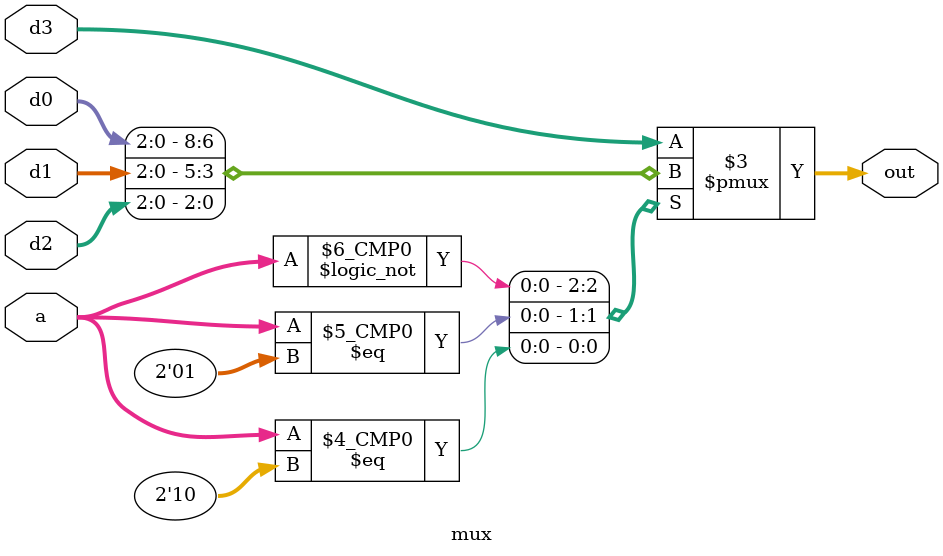
<source format=v>
`timescale 1ns / 1ps

module mux(
  input [2:0] d0,
  input [2:0] d1,
  input [2:0] d2,
  input [2:0] d3,
  input [1:0] a,  
  output reg [2:0] out
);

/*always@(*) begin
  if(a == 2'b00)
    out = d0;
  else if(a == 2'b01)
    out = d1;
  else if(a == 2'b10)
    out = d2;
  else 
    out = d3;
end*/

always@(*) begin
  case(a)
    2'b00: begin
      out = d0;
    end
    2'b01: out = d1;
    2'b10: out = d2;
    default: out = d3;
  endcase
end

endmodule

</source>
